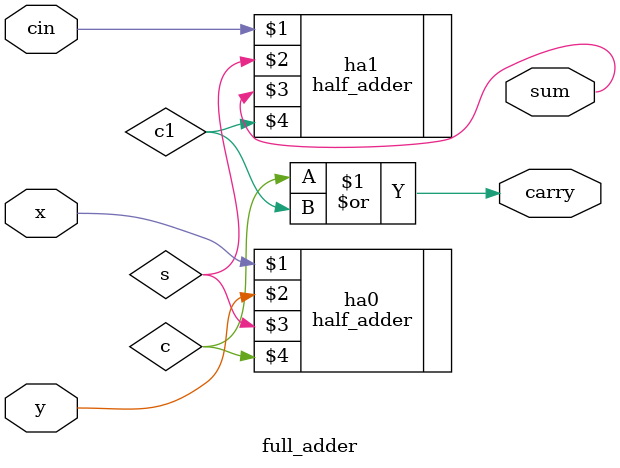
<source format=v>
`timescale 1ns / 1ps


module full_adder(
    input x,y,cin,
    output sum,carry
);

wire c,c1,s;

half_adder ha0(x,y,s,c);
half_adder ha1(cin,s,sum,c1);

assign carry = c | c1 ;

endmodule

</source>
